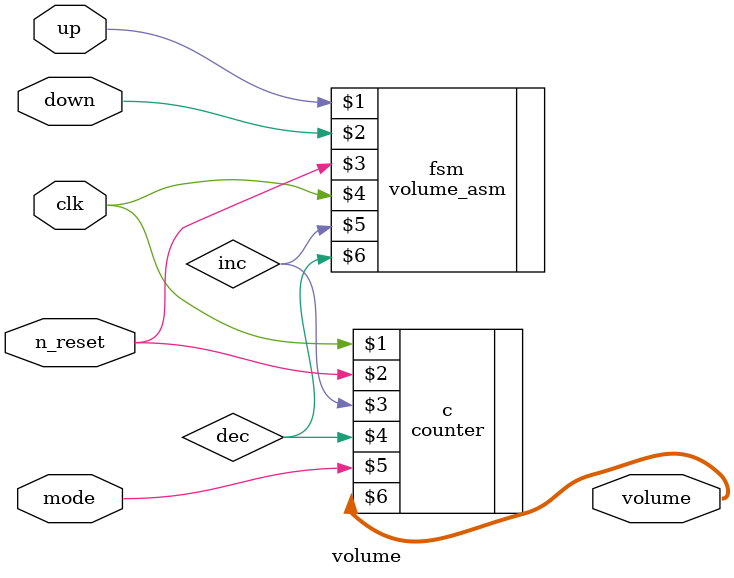
<source format=sv>
module volume(
  input logic clk, n_reset, up, down, mode,
  output logic [3:0] volume);

  logic inc, dec;

  volume_asm fsm(up, down, n_reset, clk, inc, dec);
  counter c(clk, n_reset, inc, dec, mode, volume);
endmodule
</source>
